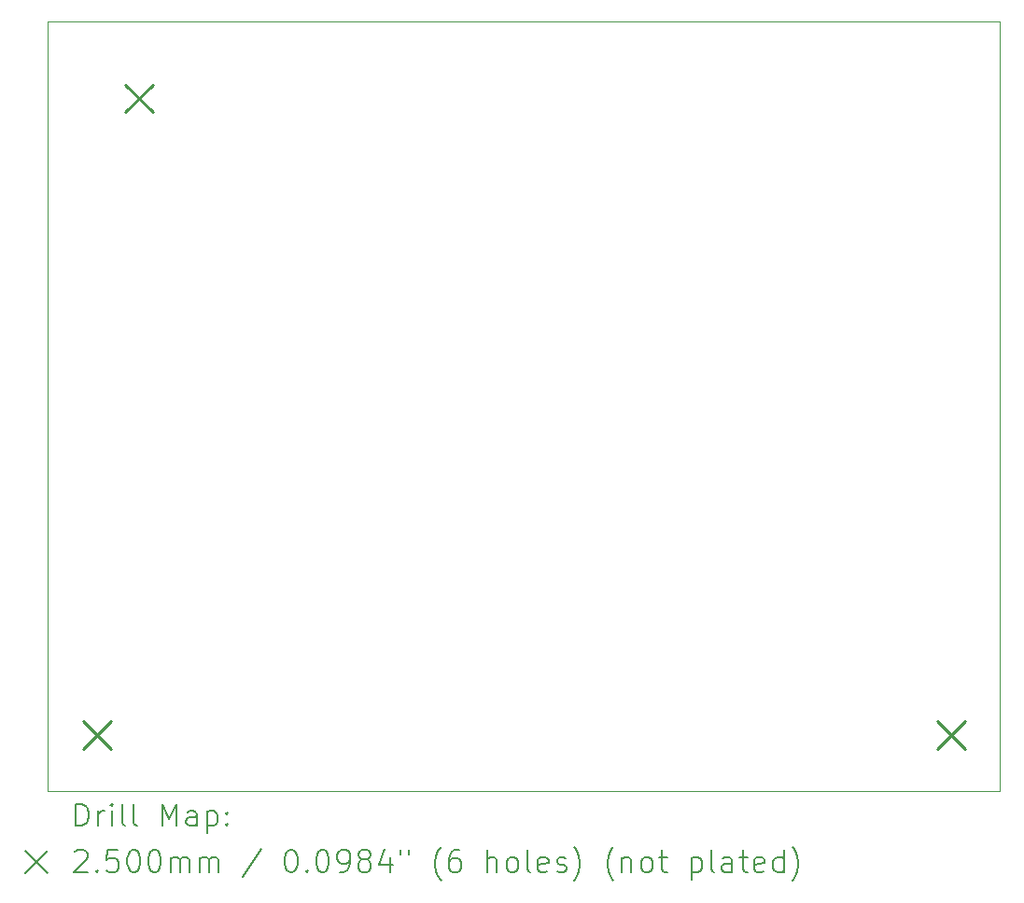
<source format=gbr>
%FSLAX45Y45*%
G04 Gerber Fmt 4.5, Leading zero omitted, Abs format (unit mm)*
G04 Created by KiCad (PCBNEW (6.0.5)) date 2022-11-12 18:47:10*
%MOMM*%
%LPD*%
G01*
G04 APERTURE LIST*
%TA.AperFunction,Profile*%
%ADD10C,0.050000*%
%TD*%
%ADD11C,0.200000*%
%ADD12C,0.250000*%
G04 APERTURE END LIST*
D10*
X13779500Y-3556000D02*
X5143500Y-3556000D01*
X5143500Y-3556000D02*
X5143500Y-10541000D01*
X5143500Y-10541000D02*
X13779500Y-10541000D01*
X13779500Y-10541000D02*
X13779500Y-3556000D01*
D11*
D12*
X5463000Y-9908000D02*
X5713000Y-10158000D01*
X5713000Y-9908000D02*
X5463000Y-10158000D01*
X5463000Y-9908000D02*
X5713000Y-10158000D01*
X5713000Y-9908000D02*
X5463000Y-10158000D01*
X5844000Y-4129500D02*
X6094000Y-4379500D01*
X6094000Y-4129500D02*
X5844000Y-4379500D01*
X5844000Y-4129500D02*
X6094000Y-4379500D01*
X6094000Y-4129500D02*
X5844000Y-4379500D01*
X13210000Y-9908000D02*
X13460000Y-10158000D01*
X13460000Y-9908000D02*
X13210000Y-10158000D01*
X13210000Y-9908000D02*
X13460000Y-10158000D01*
X13460000Y-9908000D02*
X13210000Y-10158000D01*
D11*
X5398619Y-10853976D02*
X5398619Y-10653976D01*
X5446238Y-10653976D01*
X5474810Y-10663500D01*
X5493857Y-10682548D01*
X5503381Y-10701595D01*
X5512905Y-10739690D01*
X5512905Y-10768262D01*
X5503381Y-10806357D01*
X5493857Y-10825405D01*
X5474810Y-10844452D01*
X5446238Y-10853976D01*
X5398619Y-10853976D01*
X5598619Y-10853976D02*
X5598619Y-10720643D01*
X5598619Y-10758738D02*
X5608143Y-10739690D01*
X5617667Y-10730167D01*
X5636714Y-10720643D01*
X5655762Y-10720643D01*
X5722428Y-10853976D02*
X5722428Y-10720643D01*
X5722428Y-10653976D02*
X5712905Y-10663500D01*
X5722428Y-10673024D01*
X5731952Y-10663500D01*
X5722428Y-10653976D01*
X5722428Y-10673024D01*
X5846238Y-10853976D02*
X5827190Y-10844452D01*
X5817667Y-10825405D01*
X5817667Y-10653976D01*
X5951000Y-10853976D02*
X5931952Y-10844452D01*
X5922428Y-10825405D01*
X5922428Y-10653976D01*
X6179571Y-10853976D02*
X6179571Y-10653976D01*
X6246238Y-10796833D01*
X6312905Y-10653976D01*
X6312905Y-10853976D01*
X6493857Y-10853976D02*
X6493857Y-10749214D01*
X6484333Y-10730167D01*
X6465286Y-10720643D01*
X6427190Y-10720643D01*
X6408143Y-10730167D01*
X6493857Y-10844452D02*
X6474809Y-10853976D01*
X6427190Y-10853976D01*
X6408143Y-10844452D01*
X6398619Y-10825405D01*
X6398619Y-10806357D01*
X6408143Y-10787310D01*
X6427190Y-10777786D01*
X6474809Y-10777786D01*
X6493857Y-10768262D01*
X6589095Y-10720643D02*
X6589095Y-10920643D01*
X6589095Y-10730167D02*
X6608143Y-10720643D01*
X6646238Y-10720643D01*
X6665286Y-10730167D01*
X6674809Y-10739690D01*
X6684333Y-10758738D01*
X6684333Y-10815881D01*
X6674809Y-10834929D01*
X6665286Y-10844452D01*
X6646238Y-10853976D01*
X6608143Y-10853976D01*
X6589095Y-10844452D01*
X6770048Y-10834929D02*
X6779571Y-10844452D01*
X6770048Y-10853976D01*
X6760524Y-10844452D01*
X6770048Y-10834929D01*
X6770048Y-10853976D01*
X6770048Y-10730167D02*
X6779571Y-10739690D01*
X6770048Y-10749214D01*
X6760524Y-10739690D01*
X6770048Y-10730167D01*
X6770048Y-10749214D01*
X4941000Y-11083500D02*
X5141000Y-11283500D01*
X5141000Y-11083500D02*
X4941000Y-11283500D01*
X5389095Y-11093024D02*
X5398619Y-11083500D01*
X5417667Y-11073976D01*
X5465286Y-11073976D01*
X5484333Y-11083500D01*
X5493857Y-11093024D01*
X5503381Y-11112071D01*
X5503381Y-11131119D01*
X5493857Y-11159690D01*
X5379571Y-11273976D01*
X5503381Y-11273976D01*
X5589095Y-11254928D02*
X5598619Y-11264452D01*
X5589095Y-11273976D01*
X5579571Y-11264452D01*
X5589095Y-11254928D01*
X5589095Y-11273976D01*
X5779571Y-11073976D02*
X5684333Y-11073976D01*
X5674809Y-11169214D01*
X5684333Y-11159690D01*
X5703381Y-11150167D01*
X5751000Y-11150167D01*
X5770048Y-11159690D01*
X5779571Y-11169214D01*
X5789095Y-11188262D01*
X5789095Y-11235881D01*
X5779571Y-11254928D01*
X5770048Y-11264452D01*
X5751000Y-11273976D01*
X5703381Y-11273976D01*
X5684333Y-11264452D01*
X5674809Y-11254928D01*
X5912905Y-11073976D02*
X5931952Y-11073976D01*
X5951000Y-11083500D01*
X5960524Y-11093024D01*
X5970048Y-11112071D01*
X5979571Y-11150167D01*
X5979571Y-11197786D01*
X5970048Y-11235881D01*
X5960524Y-11254928D01*
X5951000Y-11264452D01*
X5931952Y-11273976D01*
X5912905Y-11273976D01*
X5893857Y-11264452D01*
X5884333Y-11254928D01*
X5874809Y-11235881D01*
X5865286Y-11197786D01*
X5865286Y-11150167D01*
X5874809Y-11112071D01*
X5884333Y-11093024D01*
X5893857Y-11083500D01*
X5912905Y-11073976D01*
X6103381Y-11073976D02*
X6122428Y-11073976D01*
X6141476Y-11083500D01*
X6151000Y-11093024D01*
X6160524Y-11112071D01*
X6170048Y-11150167D01*
X6170048Y-11197786D01*
X6160524Y-11235881D01*
X6151000Y-11254928D01*
X6141476Y-11264452D01*
X6122428Y-11273976D01*
X6103381Y-11273976D01*
X6084333Y-11264452D01*
X6074809Y-11254928D01*
X6065286Y-11235881D01*
X6055762Y-11197786D01*
X6055762Y-11150167D01*
X6065286Y-11112071D01*
X6074809Y-11093024D01*
X6084333Y-11083500D01*
X6103381Y-11073976D01*
X6255762Y-11273976D02*
X6255762Y-11140643D01*
X6255762Y-11159690D02*
X6265286Y-11150167D01*
X6284333Y-11140643D01*
X6312905Y-11140643D01*
X6331952Y-11150167D01*
X6341476Y-11169214D01*
X6341476Y-11273976D01*
X6341476Y-11169214D02*
X6351000Y-11150167D01*
X6370048Y-11140643D01*
X6398619Y-11140643D01*
X6417667Y-11150167D01*
X6427190Y-11169214D01*
X6427190Y-11273976D01*
X6522428Y-11273976D02*
X6522428Y-11140643D01*
X6522428Y-11159690D02*
X6531952Y-11150167D01*
X6551000Y-11140643D01*
X6579571Y-11140643D01*
X6598619Y-11150167D01*
X6608143Y-11169214D01*
X6608143Y-11273976D01*
X6608143Y-11169214D02*
X6617667Y-11150167D01*
X6636714Y-11140643D01*
X6665286Y-11140643D01*
X6684333Y-11150167D01*
X6693857Y-11169214D01*
X6693857Y-11273976D01*
X7084333Y-11064452D02*
X6912905Y-11321595D01*
X7341476Y-11073976D02*
X7360524Y-11073976D01*
X7379571Y-11083500D01*
X7389095Y-11093024D01*
X7398619Y-11112071D01*
X7408143Y-11150167D01*
X7408143Y-11197786D01*
X7398619Y-11235881D01*
X7389095Y-11254928D01*
X7379571Y-11264452D01*
X7360524Y-11273976D01*
X7341476Y-11273976D01*
X7322428Y-11264452D01*
X7312905Y-11254928D01*
X7303381Y-11235881D01*
X7293857Y-11197786D01*
X7293857Y-11150167D01*
X7303381Y-11112071D01*
X7312905Y-11093024D01*
X7322428Y-11083500D01*
X7341476Y-11073976D01*
X7493857Y-11254928D02*
X7503381Y-11264452D01*
X7493857Y-11273976D01*
X7484333Y-11264452D01*
X7493857Y-11254928D01*
X7493857Y-11273976D01*
X7627190Y-11073976D02*
X7646238Y-11073976D01*
X7665286Y-11083500D01*
X7674809Y-11093024D01*
X7684333Y-11112071D01*
X7693857Y-11150167D01*
X7693857Y-11197786D01*
X7684333Y-11235881D01*
X7674809Y-11254928D01*
X7665286Y-11264452D01*
X7646238Y-11273976D01*
X7627190Y-11273976D01*
X7608143Y-11264452D01*
X7598619Y-11254928D01*
X7589095Y-11235881D01*
X7579571Y-11197786D01*
X7579571Y-11150167D01*
X7589095Y-11112071D01*
X7598619Y-11093024D01*
X7608143Y-11083500D01*
X7627190Y-11073976D01*
X7789095Y-11273976D02*
X7827190Y-11273976D01*
X7846238Y-11264452D01*
X7855762Y-11254928D01*
X7874809Y-11226357D01*
X7884333Y-11188262D01*
X7884333Y-11112071D01*
X7874809Y-11093024D01*
X7865286Y-11083500D01*
X7846238Y-11073976D01*
X7808143Y-11073976D01*
X7789095Y-11083500D01*
X7779571Y-11093024D01*
X7770048Y-11112071D01*
X7770048Y-11159690D01*
X7779571Y-11178738D01*
X7789095Y-11188262D01*
X7808143Y-11197786D01*
X7846238Y-11197786D01*
X7865286Y-11188262D01*
X7874809Y-11178738D01*
X7884333Y-11159690D01*
X7998619Y-11159690D02*
X7979571Y-11150167D01*
X7970048Y-11140643D01*
X7960524Y-11121595D01*
X7960524Y-11112071D01*
X7970048Y-11093024D01*
X7979571Y-11083500D01*
X7998619Y-11073976D01*
X8036714Y-11073976D01*
X8055762Y-11083500D01*
X8065286Y-11093024D01*
X8074809Y-11112071D01*
X8074809Y-11121595D01*
X8065286Y-11140643D01*
X8055762Y-11150167D01*
X8036714Y-11159690D01*
X7998619Y-11159690D01*
X7979571Y-11169214D01*
X7970048Y-11178738D01*
X7960524Y-11197786D01*
X7960524Y-11235881D01*
X7970048Y-11254928D01*
X7979571Y-11264452D01*
X7998619Y-11273976D01*
X8036714Y-11273976D01*
X8055762Y-11264452D01*
X8065286Y-11254928D01*
X8074809Y-11235881D01*
X8074809Y-11197786D01*
X8065286Y-11178738D01*
X8055762Y-11169214D01*
X8036714Y-11159690D01*
X8246238Y-11140643D02*
X8246238Y-11273976D01*
X8198619Y-11064452D02*
X8151000Y-11207309D01*
X8274809Y-11207309D01*
X8341476Y-11073976D02*
X8341476Y-11112071D01*
X8417667Y-11073976D02*
X8417667Y-11112071D01*
X8712905Y-11350167D02*
X8703381Y-11340643D01*
X8684333Y-11312071D01*
X8674810Y-11293024D01*
X8665286Y-11264452D01*
X8655762Y-11216833D01*
X8655762Y-11178738D01*
X8665286Y-11131119D01*
X8674810Y-11102548D01*
X8684333Y-11083500D01*
X8703381Y-11054929D01*
X8712905Y-11045405D01*
X8874810Y-11073976D02*
X8836714Y-11073976D01*
X8817667Y-11083500D01*
X8808143Y-11093024D01*
X8789095Y-11121595D01*
X8779571Y-11159690D01*
X8779571Y-11235881D01*
X8789095Y-11254928D01*
X8798619Y-11264452D01*
X8817667Y-11273976D01*
X8855762Y-11273976D01*
X8874810Y-11264452D01*
X8884333Y-11254928D01*
X8893857Y-11235881D01*
X8893857Y-11188262D01*
X8884333Y-11169214D01*
X8874810Y-11159690D01*
X8855762Y-11150167D01*
X8817667Y-11150167D01*
X8798619Y-11159690D01*
X8789095Y-11169214D01*
X8779571Y-11188262D01*
X9131952Y-11273976D02*
X9131952Y-11073976D01*
X9217667Y-11273976D02*
X9217667Y-11169214D01*
X9208143Y-11150167D01*
X9189095Y-11140643D01*
X9160524Y-11140643D01*
X9141476Y-11150167D01*
X9131952Y-11159690D01*
X9341476Y-11273976D02*
X9322429Y-11264452D01*
X9312905Y-11254928D01*
X9303381Y-11235881D01*
X9303381Y-11178738D01*
X9312905Y-11159690D01*
X9322429Y-11150167D01*
X9341476Y-11140643D01*
X9370048Y-11140643D01*
X9389095Y-11150167D01*
X9398619Y-11159690D01*
X9408143Y-11178738D01*
X9408143Y-11235881D01*
X9398619Y-11254928D01*
X9389095Y-11264452D01*
X9370048Y-11273976D01*
X9341476Y-11273976D01*
X9522429Y-11273976D02*
X9503381Y-11264452D01*
X9493857Y-11245405D01*
X9493857Y-11073976D01*
X9674810Y-11264452D02*
X9655762Y-11273976D01*
X9617667Y-11273976D01*
X9598619Y-11264452D01*
X9589095Y-11245405D01*
X9589095Y-11169214D01*
X9598619Y-11150167D01*
X9617667Y-11140643D01*
X9655762Y-11140643D01*
X9674810Y-11150167D01*
X9684333Y-11169214D01*
X9684333Y-11188262D01*
X9589095Y-11207309D01*
X9760524Y-11264452D02*
X9779571Y-11273976D01*
X9817667Y-11273976D01*
X9836714Y-11264452D01*
X9846238Y-11245405D01*
X9846238Y-11235881D01*
X9836714Y-11216833D01*
X9817667Y-11207309D01*
X9789095Y-11207309D01*
X9770048Y-11197786D01*
X9760524Y-11178738D01*
X9760524Y-11169214D01*
X9770048Y-11150167D01*
X9789095Y-11140643D01*
X9817667Y-11140643D01*
X9836714Y-11150167D01*
X9912905Y-11350167D02*
X9922429Y-11340643D01*
X9941476Y-11312071D01*
X9951000Y-11293024D01*
X9960524Y-11264452D01*
X9970048Y-11216833D01*
X9970048Y-11178738D01*
X9960524Y-11131119D01*
X9951000Y-11102548D01*
X9941476Y-11083500D01*
X9922429Y-11054929D01*
X9912905Y-11045405D01*
X10274810Y-11350167D02*
X10265286Y-11340643D01*
X10246238Y-11312071D01*
X10236714Y-11293024D01*
X10227190Y-11264452D01*
X10217667Y-11216833D01*
X10217667Y-11178738D01*
X10227190Y-11131119D01*
X10236714Y-11102548D01*
X10246238Y-11083500D01*
X10265286Y-11054929D01*
X10274810Y-11045405D01*
X10351000Y-11140643D02*
X10351000Y-11273976D01*
X10351000Y-11159690D02*
X10360524Y-11150167D01*
X10379571Y-11140643D01*
X10408143Y-11140643D01*
X10427190Y-11150167D01*
X10436714Y-11169214D01*
X10436714Y-11273976D01*
X10560524Y-11273976D02*
X10541476Y-11264452D01*
X10531952Y-11254928D01*
X10522429Y-11235881D01*
X10522429Y-11178738D01*
X10531952Y-11159690D01*
X10541476Y-11150167D01*
X10560524Y-11140643D01*
X10589095Y-11140643D01*
X10608143Y-11150167D01*
X10617667Y-11159690D01*
X10627190Y-11178738D01*
X10627190Y-11235881D01*
X10617667Y-11254928D01*
X10608143Y-11264452D01*
X10589095Y-11273976D01*
X10560524Y-11273976D01*
X10684333Y-11140643D02*
X10760524Y-11140643D01*
X10712905Y-11073976D02*
X10712905Y-11245405D01*
X10722429Y-11264452D01*
X10741476Y-11273976D01*
X10760524Y-11273976D01*
X10979571Y-11140643D02*
X10979571Y-11340643D01*
X10979571Y-11150167D02*
X10998619Y-11140643D01*
X11036714Y-11140643D01*
X11055762Y-11150167D01*
X11065286Y-11159690D01*
X11074810Y-11178738D01*
X11074810Y-11235881D01*
X11065286Y-11254928D01*
X11055762Y-11264452D01*
X11036714Y-11273976D01*
X10998619Y-11273976D01*
X10979571Y-11264452D01*
X11189095Y-11273976D02*
X11170048Y-11264452D01*
X11160524Y-11245405D01*
X11160524Y-11073976D01*
X11351000Y-11273976D02*
X11351000Y-11169214D01*
X11341476Y-11150167D01*
X11322428Y-11140643D01*
X11284333Y-11140643D01*
X11265286Y-11150167D01*
X11351000Y-11264452D02*
X11331952Y-11273976D01*
X11284333Y-11273976D01*
X11265286Y-11264452D01*
X11255762Y-11245405D01*
X11255762Y-11226357D01*
X11265286Y-11207309D01*
X11284333Y-11197786D01*
X11331952Y-11197786D01*
X11351000Y-11188262D01*
X11417667Y-11140643D02*
X11493857Y-11140643D01*
X11446238Y-11073976D02*
X11446238Y-11245405D01*
X11455762Y-11264452D01*
X11474809Y-11273976D01*
X11493857Y-11273976D01*
X11636714Y-11264452D02*
X11617667Y-11273976D01*
X11579571Y-11273976D01*
X11560524Y-11264452D01*
X11551000Y-11245405D01*
X11551000Y-11169214D01*
X11560524Y-11150167D01*
X11579571Y-11140643D01*
X11617667Y-11140643D01*
X11636714Y-11150167D01*
X11646238Y-11169214D01*
X11646238Y-11188262D01*
X11551000Y-11207309D01*
X11817667Y-11273976D02*
X11817667Y-11073976D01*
X11817667Y-11264452D02*
X11798619Y-11273976D01*
X11760524Y-11273976D01*
X11741476Y-11264452D01*
X11731952Y-11254928D01*
X11722428Y-11235881D01*
X11722428Y-11178738D01*
X11731952Y-11159690D01*
X11741476Y-11150167D01*
X11760524Y-11140643D01*
X11798619Y-11140643D01*
X11817667Y-11150167D01*
X11893857Y-11350167D02*
X11903381Y-11340643D01*
X11922428Y-11312071D01*
X11931952Y-11293024D01*
X11941476Y-11264452D01*
X11951000Y-11216833D01*
X11951000Y-11178738D01*
X11941476Y-11131119D01*
X11931952Y-11102548D01*
X11922428Y-11083500D01*
X11903381Y-11054929D01*
X11893857Y-11045405D01*
M02*

</source>
